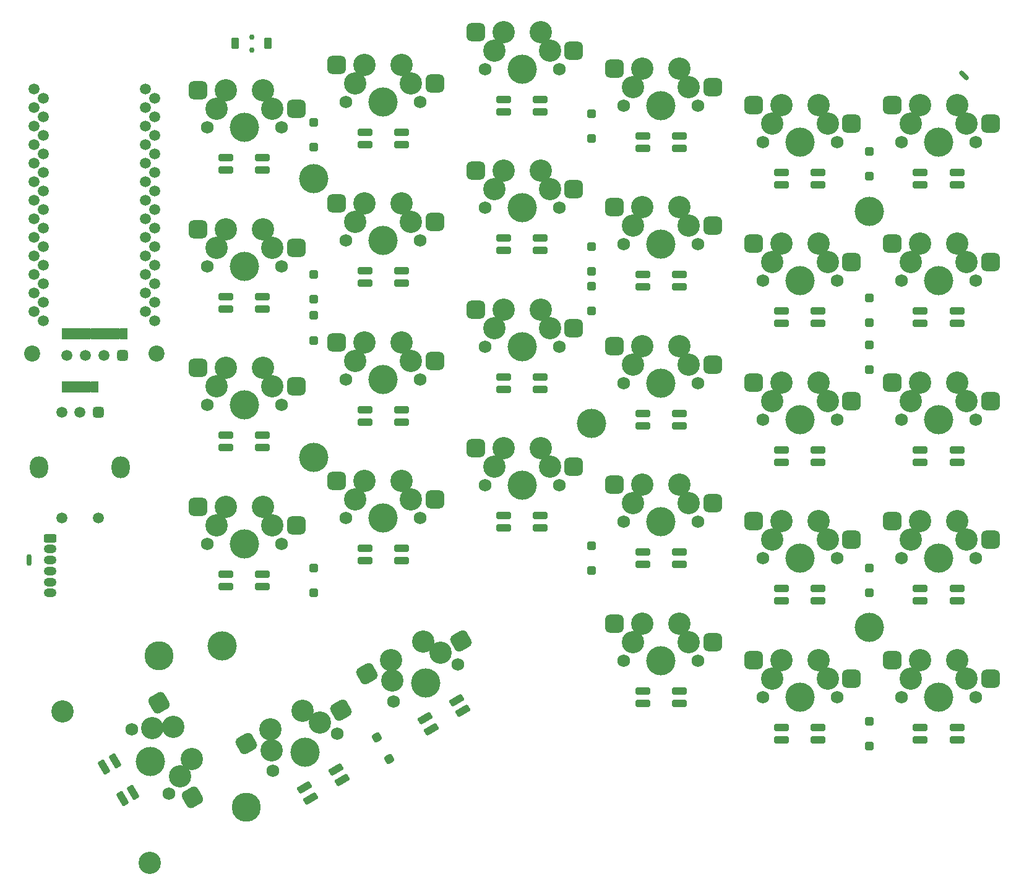
<source format=gbr>
%TF.GenerationSoftware,KiCad,Pcbnew,7.0.5*%
%TF.CreationDate,2023-11-26T00:23:34+09:00*%
%TF.ProjectId,Ultramarine-2,556c7472-616d-4617-9269-6e652d322e6b,rev?*%
%TF.SameCoordinates,Original*%
%TF.FileFunction,Soldermask,Top*%
%TF.FilePolarity,Negative*%
%FSLAX46Y46*%
G04 Gerber Fmt 4.6, Leading zero omitted, Abs format (unit mm)*
G04 Created by KiCad (PCBNEW 7.0.5) date 2023-11-26 00:23:34*
%MOMM*%
%LPD*%
G01*
G04 APERTURE LIST*
G04 Aperture macros list*
%AMRoundRect*
0 Rectangle with rounded corners*
0 $1 Rounding radius*
0 $2 $3 $4 $5 $6 $7 $8 $9 X,Y pos of 4 corners*
0 Add a 4 corners polygon primitive as box body*
4,1,4,$2,$3,$4,$5,$6,$7,$8,$9,$2,$3,0*
0 Add four circle primitives for the rounded corners*
1,1,$1+$1,$2,$3*
1,1,$1+$1,$4,$5*
1,1,$1+$1,$6,$7*
1,1,$1+$1,$8,$9*
0 Add four rect primitives between the rounded corners*
20,1,$1+$1,$2,$3,$4,$5,0*
20,1,$1+$1,$4,$5,$6,$7,0*
20,1,$1+$1,$6,$7,$8,$9,0*
20,1,$1+$1,$8,$9,$2,$3,0*%
%AMHorizOval*
0 Thick line with rounded ends*
0 $1 width*
0 $2 $3 position (X,Y) of the first rounded end (center of the circle)*
0 $4 $5 position (X,Y) of the second rounded end (center of the circle)*
0 Add line between two ends*
20,1,$1,$2,$3,$4,$5,0*
0 Add two circle primitives to create the rounded ends*
1,1,$1,$2,$3*
1,1,$1,$4,$5*%
%AMFreePoly0*
4,1,6,1.000000,0.000000,0.500000,-0.750000,-0.500000,-0.750000,-0.500000,0.750000,0.500000,0.750000,1.000000,0.000000,1.000000,0.000000,$1*%
G04 Aperture macros list end*
%ADD10C,1.750000*%
%ADD11C,3.050000*%
%ADD12C,4.000000*%
%ADD13RoundRect,0.625000X-0.650000X-0.625000X0.650000X-0.625000X0.650000X0.625000X-0.650000X0.625000X0*%
%ADD14RoundRect,0.300000X0.409808X-0.109808X0.109808X0.409808X-0.409808X0.109808X-0.109808X-0.409808X0*%
%ADD15RoundRect,0.300000X0.300000X-0.300000X0.300000X0.300000X-0.300000X0.300000X-0.300000X-0.300000X0*%
%ADD16C,0.750000*%
%ADD17RoundRect,0.262500X-0.262500X0.537500X-0.262500X-0.537500X0.262500X-0.537500X0.262500X0.537500X0*%
%ADD18R,3.000000X1.500000*%
%ADD19FreePoly0,0.000000*%
%ADD20FreePoly0,180.000000*%
%ADD21C,1.500000*%
%ADD22C,2.200000*%
%ADD23RoundRect,0.625000X-0.250417X-0.866266X0.875417X-0.216266X0.250417X0.866266X-0.875417X0.216266X0*%
%ADD24RoundRect,0.300000X-0.300000X0.300000X-0.300000X-0.300000X0.300000X-0.300000X0.300000X0.300000X0*%
%ADD25RoundRect,0.300000X-0.575000X0.300000X-0.575000X-0.300000X0.575000X-0.300000X0.575000X0.300000X0*%
%ADD26O,1.750000X1.200000*%
%ADD27RoundRect,0.375000X-0.375000X-0.375000X0.375000X-0.375000X0.375000X0.375000X-0.375000X0.375000X0*%
%ADD28RoundRect,0.375000X-0.375000X0.375000X-0.375000X-0.375000X0.375000X-0.375000X0.375000X0.375000X0*%
%ADD29O,2.500000X3.000000*%
%ADD30RoundRect,0.250000X0.750000X0.250000X-0.750000X0.250000X-0.750000X-0.250000X0.750000X-0.250000X0*%
%ADD31RoundRect,0.250000X-0.750000X-0.250000X0.750000X-0.250000X0.750000X0.250000X-0.750000X0.250000X0*%
%ADD32RoundRect,0.625000X0.650000X0.625000X-0.650000X0.625000X-0.650000X-0.625000X0.650000X-0.625000X0*%
%ADD33HorizOval,0.700000X-0.318198X0.318198X0.318198X-0.318198X0*%
%ADD34RoundRect,0.250000X0.524519X0.591506X-0.774519X-0.158494X-0.524519X-0.591506X0.774519X0.158494X0*%
%ADD35RoundRect,0.625000X0.250417X0.866266X-0.875417X0.216266X-0.250417X-0.866266X0.875417X-0.216266X0*%
%ADD36RoundRect,0.250000X0.591506X-0.524519X-0.158494X0.774519X-0.591506X0.524519X0.158494X-0.774519X0*%
%ADD37RoundRect,0.625000X0.866266X-0.250417X0.216266X0.875417X-0.866266X0.250417X-0.216266X-0.875417X0*%
%ADD38C,3.987800*%
%ADD39C,3.048000*%
%ADD40O,0.700000X1.600000*%
G04 APERTURE END LIST*
D10*
%TO.C,SW27*%
X170920000Y-121000000D03*
D11*
X172190000Y-118460000D03*
X173460000Y-115920000D03*
D12*
X176000000Y-121000000D03*
D11*
X178540000Y-115920000D03*
X179810000Y-118460000D03*
D10*
X181080000Y-121000000D03*
D13*
X169658000Y-115920000D03*
X183085000Y-118460000D03*
%TD*%
D10*
%TO.C,SW13*%
X208920000Y-88000000D03*
D11*
X210190000Y-85460000D03*
X211460000Y-82920000D03*
D12*
X214000000Y-88000000D03*
D11*
X216540000Y-82920000D03*
X217810000Y-85460000D03*
D10*
X219080000Y-88000000D03*
D13*
X207658000Y-82920000D03*
X221085000Y-85460000D03*
%TD*%
D14*
%TO.C,D30*%
X138850000Y-134472243D03*
X137150000Y-131527757D03*
%TD*%
D15*
%TO.C,D7*%
X204500000Y-74700000D03*
X204500000Y-71300000D03*
%TD*%
D12*
%TO.C,REF\u002A\u002A*%
X128500000Y-55000000D03*
%TD*%
D10*
%TO.C,SW1*%
X208920000Y-50000000D03*
D11*
X210190000Y-47460000D03*
X211460000Y-44920000D03*
D12*
X214000000Y-50000000D03*
D11*
X216540000Y-44920000D03*
X217810000Y-47460000D03*
D10*
X219080000Y-50000000D03*
D13*
X207658000Y-44920000D03*
X221085000Y-47460000D03*
%TD*%
D16*
%TO.C,SW32*%
X120000000Y-37400000D03*
X120000000Y-35600000D03*
D17*
X122225000Y-36500000D03*
X117775000Y-36500000D03*
%TD*%
D10*
%TO.C,SW21*%
X170920000Y-102000000D03*
D11*
X172190000Y-99460000D03*
X173460000Y-96920000D03*
D12*
X176000000Y-102000000D03*
D11*
X178540000Y-96920000D03*
X179810000Y-99460000D03*
D10*
X181080000Y-102000000D03*
D13*
X169658000Y-96920000D03*
X183085000Y-99460000D03*
%TD*%
D10*
%TO.C,SW7*%
X208920000Y-69000000D03*
D11*
X210190000Y-66460000D03*
X211460000Y-63920000D03*
D12*
X214000000Y-69000000D03*
D11*
X216540000Y-63920000D03*
X217810000Y-66460000D03*
D10*
X219080000Y-69000000D03*
D13*
X207658000Y-63920000D03*
X221085000Y-66460000D03*
%TD*%
D10*
%TO.C,SW5*%
X132920000Y-44500000D03*
D11*
X134190000Y-41960000D03*
X135460000Y-39420000D03*
D12*
X138000000Y-44500000D03*
D11*
X140540000Y-39420000D03*
X141810000Y-41960000D03*
D10*
X143080000Y-44500000D03*
D13*
X131658000Y-39420000D03*
X145085000Y-41960000D03*
%TD*%
D15*
%TO.C,D6*%
X128500000Y-50700000D03*
X128500000Y-47300000D03*
%TD*%
D18*
%TO.C,JP1*%
X96500000Y-76250000D03*
D19*
X94500000Y-76250000D03*
D20*
X98500000Y-76250000D03*
%TD*%
D12*
%TO.C,REF\u002A\u002A*%
X204500000Y-59500000D03*
%TD*%
D21*
%TO.C,U1*%
X105485000Y-42760000D03*
X105485000Y-45300000D03*
X105485000Y-47840000D03*
X105485000Y-50380000D03*
X105485000Y-52920000D03*
X105485000Y-55460000D03*
X105485000Y-58000000D03*
X105485000Y-60540000D03*
X105485000Y-63080000D03*
X105485000Y-65620000D03*
X105485000Y-68160000D03*
X105485000Y-70700000D03*
X105485000Y-73240000D03*
X90245000Y-73240000D03*
X90245000Y-70700000D03*
X90245000Y-68160000D03*
X90245000Y-65620000D03*
X90245000Y-63080000D03*
X90245000Y-60540000D03*
X90245000Y-58000000D03*
X90245000Y-55460000D03*
X90245000Y-52920000D03*
X90245000Y-50380000D03*
X90245000Y-47840000D03*
X90245000Y-45300000D03*
X90245000Y-42760000D03*
%TD*%
D22*
%TO.C,REF\u002A\u002A*%
X107000000Y-79000000D03*
%TD*%
D10*
%TO.C,SW3*%
X170920000Y-45000000D03*
D11*
X172190000Y-42460000D03*
X173460000Y-39920000D03*
D12*
X176000000Y-45000000D03*
D11*
X178540000Y-39920000D03*
X179810000Y-42460000D03*
D10*
X181080000Y-45000000D03*
D13*
X169658000Y-39920000D03*
X183085000Y-42460000D03*
%TD*%
D15*
%TO.C,D21*%
X166500000Y-108700000D03*
X166500000Y-105300000D03*
%TD*%
D12*
%TO.C,REF\u002A\u002A*%
X204500000Y-116500000D03*
%TD*%
D18*
%TO.C,JP3*%
X96500000Y-83550000D03*
D20*
X98500000Y-83550000D03*
D19*
X94500000Y-83550000D03*
%TD*%
D10*
%TO.C,SW25*%
X208920000Y-126000000D03*
D11*
X210190000Y-123460000D03*
X211460000Y-120920000D03*
D12*
X214000000Y-126000000D03*
D11*
X216540000Y-120920000D03*
X217810000Y-123460000D03*
D10*
X219080000Y-126000000D03*
D13*
X207658000Y-120920000D03*
X221085000Y-123460000D03*
%TD*%
D15*
%TO.C,D3*%
X166500000Y-49500000D03*
X166500000Y-46100000D03*
%TD*%
D10*
%TO.C,SW23*%
X132920000Y-101500000D03*
D11*
X134190000Y-98960000D03*
X135460000Y-96420000D03*
D12*
X138000000Y-101500000D03*
D11*
X140540000Y-96420000D03*
X141810000Y-98960000D03*
D10*
X143080000Y-101500000D03*
D13*
X131658000Y-96420000D03*
X145085000Y-98960000D03*
%TD*%
D10*
%TO.C,SW29*%
X122931591Y-136121000D03*
D11*
X122761443Y-133286295D03*
X122591295Y-130451591D03*
D12*
X127331000Y-133581000D03*
D11*
X126990705Y-127911591D03*
X129360557Y-129476295D03*
D10*
X131730409Y-131041000D03*
D23*
X119298667Y-132352591D03*
X132196790Y-127838795D03*
%TD*%
D24*
%TO.C,D18*%
X128500000Y-73750000D03*
X128500000Y-77150000D03*
%TD*%
D10*
%TO.C,SW19*%
X208920000Y-107000000D03*
D11*
X210190000Y-104460000D03*
X211460000Y-101920000D03*
D12*
X214000000Y-107000000D03*
D11*
X216540000Y-101920000D03*
X217810000Y-104460000D03*
D10*
X219080000Y-107000000D03*
D13*
X207658000Y-101920000D03*
X221085000Y-104460000D03*
%TD*%
D15*
%TO.C,D24*%
X128500000Y-111700000D03*
X128500000Y-108300000D03*
%TD*%
D24*
%TO.C,D14*%
X204500000Y-77800000D03*
X204500000Y-81200000D03*
%TD*%
D12*
%TO.C,REF\u002A\u002A*%
X116000000Y-119000000D03*
%TD*%
D25*
%TO.C,J3*%
X92424000Y-104250000D03*
D26*
X92404000Y-105750000D03*
X92424000Y-107250000D03*
X92404000Y-108750000D03*
X92424000Y-110250000D03*
X92404000Y-111750000D03*
%TD*%
D21*
%TO.C,J1*%
X94690000Y-79240000D03*
X97230000Y-79240000D03*
X99770000Y-79240000D03*
D27*
X102310000Y-79240000D03*
%TD*%
D10*
%TO.C,SW9*%
X170920000Y-64000000D03*
D11*
X172190000Y-61460000D03*
X173460000Y-58920000D03*
D12*
X176000000Y-64000000D03*
D11*
X178540000Y-58920000D03*
X179810000Y-61460000D03*
D10*
X181080000Y-64000000D03*
D13*
X169658000Y-58920000D03*
X183085000Y-61460000D03*
%TD*%
D24*
%TO.C,D15*%
X166500000Y-69750000D03*
X166500000Y-73150000D03*
%TD*%
D15*
%TO.C,D20*%
X204500000Y-111700000D03*
X204500000Y-108300000D03*
%TD*%
D28*
%TO.C,SW31*%
X99000000Y-87000000D03*
D21*
X94000000Y-87000000D03*
X96500000Y-87000000D03*
D29*
X102100000Y-94500000D03*
X90900000Y-94500000D03*
D21*
X99000000Y-101500000D03*
X94000000Y-101500000D03*
%TD*%
D10*
%TO.C,SW11*%
X132920000Y-63500000D03*
D11*
X134190000Y-60960000D03*
X135460000Y-58420000D03*
D12*
X138000000Y-63500000D03*
D11*
X140540000Y-58420000D03*
X141810000Y-60960000D03*
D10*
X143080000Y-63500000D03*
D13*
X131658000Y-58420000D03*
X145085000Y-60960000D03*
%TD*%
D10*
%TO.C,SW15*%
X170920000Y-83000000D03*
D11*
X172190000Y-80460000D03*
X173460000Y-77920000D03*
D12*
X176000000Y-83000000D03*
D11*
X178540000Y-77920000D03*
X179810000Y-80460000D03*
D10*
X181080000Y-83000000D03*
D13*
X169658000Y-77920000D03*
X183085000Y-80460000D03*
%TD*%
D12*
%TO.C,REF\u002A\u002A*%
X166500000Y-88500000D03*
%TD*%
D18*
%TO.C,JP6*%
X100500000Y-76250000D03*
D19*
X98500000Y-76250000D03*
D20*
X102500000Y-76250000D03*
%TD*%
D15*
%TO.C,D12*%
X128500000Y-71500000D03*
X128500000Y-68100000D03*
%TD*%
%TO.C,D9*%
X166500000Y-67700000D03*
X166500000Y-64300000D03*
%TD*%
%TO.C,D1*%
X204500000Y-54700000D03*
X204500000Y-51300000D03*
%TD*%
%TO.C,D26*%
X204500000Y-132700000D03*
X204500000Y-129300000D03*
%TD*%
D22*
%TO.C,REF\u002A\u002A*%
X90000000Y-79000000D03*
%TD*%
D10*
%TO.C,SW17*%
X132920000Y-82500000D03*
D11*
X134190000Y-79960000D03*
X135460000Y-77420000D03*
D12*
X138000000Y-82500000D03*
D11*
X140540000Y-77420000D03*
X141810000Y-79960000D03*
D10*
X143080000Y-82500000D03*
D13*
X131658000Y-77420000D03*
X145085000Y-79960000D03*
%TD*%
D12*
%TO.C,REF\u002A\u002A*%
X128500000Y-93200000D03*
%TD*%
D30*
%TO.C,D56*%
X216500000Y-130150000D03*
X216500000Y-131850000D03*
X211500000Y-131850000D03*
X211500000Y-130150000D03*
%TD*%
%TO.C,D45*%
X197500000Y-92150000D03*
X197500000Y-93850000D03*
X192500000Y-93850000D03*
X192500000Y-92150000D03*
%TD*%
%TO.C,D49*%
X121500000Y-90150000D03*
X121500000Y-91850000D03*
X116500000Y-91850000D03*
X116500000Y-90150000D03*
%TD*%
D31*
%TO.C,D53*%
X154500000Y-102850000D03*
X154500000Y-101150000D03*
X159500000Y-101150000D03*
X159500000Y-102850000D03*
%TD*%
D10*
%TO.C,SW2*%
X200080000Y-50000000D03*
D11*
X198810000Y-47460000D03*
X197540000Y-44920000D03*
D12*
X195000000Y-50000000D03*
D11*
X192460000Y-44920000D03*
X191190000Y-47460000D03*
D10*
X189920000Y-50000000D03*
D32*
X202085000Y-47460000D03*
X188658000Y-44920000D03*
%TD*%
D21*
%TO.C,U2*%
X91515000Y-44030000D03*
X91515000Y-46570000D03*
X91515000Y-49110000D03*
X91515000Y-51650000D03*
X91515000Y-54190000D03*
X91515000Y-56730000D03*
X91515000Y-59270000D03*
X91515000Y-61810000D03*
X91515000Y-64350000D03*
X91515000Y-66890000D03*
X91515000Y-69430000D03*
X91515000Y-71970000D03*
X91515000Y-74510000D03*
X106755000Y-74510000D03*
X106755000Y-71970000D03*
X106755000Y-69430000D03*
X106755000Y-66890000D03*
X106755000Y-64350000D03*
X106755000Y-61810000D03*
X106755000Y-59270000D03*
X106755000Y-56730000D03*
X106755000Y-54190000D03*
X106755000Y-51650000D03*
X106755000Y-49110000D03*
X106755000Y-46570000D03*
X106755000Y-44030000D03*
%TD*%
D10*
%TO.C,SW24*%
X124080000Y-105000000D03*
D11*
X122810000Y-102460000D03*
X121540000Y-99920000D03*
D12*
X119000000Y-105000000D03*
D11*
X116460000Y-99920000D03*
X115190000Y-102460000D03*
D10*
X113920000Y-105000000D03*
D32*
X126085000Y-102460000D03*
X112658000Y-99920000D03*
%TD*%
D33*
%TO.C,J4*%
X217500000Y-40900000D03*
%TD*%
D30*
%TO.C,D36*%
X140500000Y-48650000D03*
X140500000Y-50350000D03*
X135500000Y-50350000D03*
X135500000Y-48650000D03*
%TD*%
D31*
%TO.C,D39*%
X192500000Y-74850000D03*
X192500000Y-73150000D03*
X197500000Y-73150000D03*
X197500000Y-74850000D03*
%TD*%
D10*
%TO.C,SW20*%
X200080000Y-107000000D03*
D11*
X198810000Y-104460000D03*
X197540000Y-101920000D03*
D12*
X195000000Y-107000000D03*
D11*
X192460000Y-101920000D03*
X191190000Y-104460000D03*
D10*
X189920000Y-107000000D03*
D32*
X202085000Y-104460000D03*
X188658000Y-101920000D03*
%TD*%
D10*
%TO.C,SW12*%
X124080000Y-67000000D03*
D11*
X122810000Y-64460000D03*
X121540000Y-61920000D03*
D12*
X119000000Y-67000000D03*
D11*
X116460000Y-61920000D03*
X115190000Y-64460000D03*
D10*
X113920000Y-67000000D03*
D32*
X126085000Y-64460000D03*
X112658000Y-61920000D03*
%TD*%
D31*
%TO.C,D50*%
X211500000Y-112850000D03*
X211500000Y-111150000D03*
X216500000Y-111150000D03*
X216500000Y-112850000D03*
%TD*%
D34*
%TO.C,D59*%
X148026064Y-126424878D03*
X148876064Y-127897122D03*
X144545936Y-130397122D03*
X143695936Y-128924878D03*
%TD*%
D10*
%TO.C,SW14*%
X200080000Y-88000000D03*
D11*
X198810000Y-85460000D03*
X197540000Y-82920000D03*
D12*
X195000000Y-88000000D03*
D11*
X192460000Y-82920000D03*
X191190000Y-85460000D03*
D10*
X189920000Y-88000000D03*
D32*
X202085000Y-85460000D03*
X188658000Y-82920000D03*
%TD*%
D31*
%TO.C,D40*%
X173500000Y-69850000D03*
X173500000Y-68150000D03*
X178500000Y-68150000D03*
X178500000Y-69850000D03*
%TD*%
D10*
%TO.C,SW28*%
X148185409Y-121541000D03*
D11*
X145815557Y-119976295D03*
X143445705Y-118411591D03*
D12*
X143786000Y-124081000D03*
D11*
X139046295Y-120951591D03*
X139216443Y-123786295D03*
D10*
X139386591Y-126621000D03*
D35*
X148651790Y-118338795D03*
X135753667Y-122852591D03*
%TD*%
D31*
%TO.C,D38*%
X211500000Y-74850000D03*
X211500000Y-73150000D03*
X216500000Y-73150000D03*
X216500000Y-74850000D03*
%TD*%
D10*
%TO.C,SW4*%
X162080000Y-40000000D03*
D11*
X160810000Y-37460000D03*
X159540000Y-34920000D03*
D12*
X157000000Y-40000000D03*
D11*
X154460000Y-34920000D03*
X153190000Y-37460000D03*
D10*
X151920000Y-40000000D03*
D32*
X164085000Y-37460000D03*
X150658000Y-34920000D03*
%TD*%
D30*
%TO.C,D35*%
X159500000Y-44150000D03*
X159500000Y-45850000D03*
X154500000Y-45850000D03*
X154500000Y-44150000D03*
%TD*%
D31*
%TO.C,D41*%
X154500000Y-64850000D03*
X154500000Y-63150000D03*
X159500000Y-63150000D03*
X159500000Y-64850000D03*
%TD*%
D30*
%TO.C,D46*%
X178500000Y-87150000D03*
X178500000Y-88850000D03*
X173500000Y-88850000D03*
X173500000Y-87150000D03*
%TD*%
%TO.C,D33*%
X197500000Y-54150000D03*
X197500000Y-55850000D03*
X192500000Y-55850000D03*
X192500000Y-54150000D03*
%TD*%
%TO.C,D37*%
X121500000Y-52150000D03*
X121500000Y-53850000D03*
X116500000Y-53850000D03*
X116500000Y-52150000D03*
%TD*%
D10*
%TO.C,SW8*%
X200080000Y-69000000D03*
D11*
X198810000Y-66460000D03*
X197540000Y-63920000D03*
D12*
X195000000Y-69000000D03*
D11*
X192460000Y-63920000D03*
X191190000Y-66460000D03*
D10*
X189920000Y-69000000D03*
D32*
X202085000Y-66460000D03*
X188658000Y-63920000D03*
%TD*%
D31*
%TO.C,D42*%
X135500000Y-69350000D03*
X135500000Y-67650000D03*
X140500000Y-67650000D03*
X140500000Y-69350000D03*
%TD*%
D36*
%TO.C,D61*%
X103783122Y-139094064D03*
X102310878Y-139944064D03*
X99810878Y-135613936D03*
X101283122Y-134763936D03*
%TD*%
D31*
%TO.C,D55*%
X116500000Y-110850000D03*
X116500000Y-109150000D03*
X121500000Y-109150000D03*
X121500000Y-110850000D03*
%TD*%
D10*
%TO.C,SW22*%
X162080000Y-97000000D03*
D11*
X160810000Y-94460000D03*
X159540000Y-91920000D03*
D12*
X157000000Y-97000000D03*
D11*
X154460000Y-91920000D03*
X153190000Y-94460000D03*
D10*
X151920000Y-97000000D03*
D32*
X164085000Y-94460000D03*
X150658000Y-91920000D03*
%TD*%
D31*
%TO.C,D54*%
X135500000Y-107350000D03*
X135500000Y-105650000D03*
X140500000Y-105650000D03*
X140500000Y-107350000D03*
%TD*%
D30*
%TO.C,D58*%
X178500000Y-125150000D03*
X178500000Y-126850000D03*
X173500000Y-126850000D03*
X173500000Y-125150000D03*
%TD*%
%TO.C,D57*%
X197500000Y-130150000D03*
X197500000Y-131850000D03*
X192500000Y-131850000D03*
X192500000Y-130150000D03*
%TD*%
D10*
%TO.C,SW30*%
X108667000Y-139253409D03*
D11*
X110231705Y-136883557D03*
X111796409Y-134513705D03*
D12*
X106127000Y-134854000D03*
D11*
X109256409Y-130114295D03*
X106421705Y-130284443D03*
D10*
X103587000Y-130454591D03*
D37*
X111869205Y-139719790D03*
X107355409Y-126821667D03*
%TD*%
D38*
%TO.C,REF\u002A\u002A*%
X107281059Y-120402889D03*
D39*
X94108813Y-128007889D03*
D38*
X119219059Y-141080111D03*
D39*
X106046813Y-148685111D03*
%TD*%
D30*
%TO.C,D34*%
X178500000Y-49150000D03*
X178500000Y-50850000D03*
X173500000Y-50850000D03*
X173500000Y-49150000D03*
%TD*%
D10*
%TO.C,SW16*%
X162080000Y-78000000D03*
D11*
X160810000Y-75460000D03*
X159540000Y-72920000D03*
D12*
X157000000Y-78000000D03*
D11*
X154460000Y-72920000D03*
X153190000Y-75460000D03*
D10*
X151920000Y-78000000D03*
D32*
X164085000Y-75460000D03*
X150658000Y-72920000D03*
%TD*%
D30*
%TO.C,D44*%
X216500000Y-92150000D03*
X216500000Y-93850000D03*
X211500000Y-93850000D03*
X211500000Y-92150000D03*
%TD*%
D40*
%TO.C,J2*%
X89500000Y-107200000D03*
%TD*%
D31*
%TO.C,D51*%
X192500000Y-112850000D03*
X192500000Y-111150000D03*
X197500000Y-111150000D03*
X197500000Y-112850000D03*
%TD*%
D10*
%TO.C,SW6*%
X124080000Y-48000000D03*
D11*
X122810000Y-45460000D03*
X121540000Y-42920000D03*
D12*
X119000000Y-48000000D03*
D11*
X116460000Y-42920000D03*
X115190000Y-45460000D03*
D10*
X113920000Y-48000000D03*
D32*
X126085000Y-45460000D03*
X112658000Y-42920000D03*
%TD*%
D34*
%TO.C,D60*%
X131571064Y-135924878D03*
X132421064Y-137397122D03*
X128090936Y-139897122D03*
X127240936Y-138424878D03*
%TD*%
D30*
%TO.C,D32*%
X216500000Y-54150000D03*
X216500000Y-55850000D03*
X211500000Y-55850000D03*
X211500000Y-54150000D03*
%TD*%
D10*
%TO.C,SW18*%
X124080000Y-86000000D03*
D11*
X122810000Y-83460000D03*
X121540000Y-80920000D03*
D12*
X119000000Y-86000000D03*
D11*
X116460000Y-80920000D03*
X115190000Y-83460000D03*
D10*
X113920000Y-86000000D03*
D32*
X126085000Y-83460000D03*
X112658000Y-80920000D03*
%TD*%
D30*
%TO.C,D47*%
X159500000Y-82150000D03*
X159500000Y-83850000D03*
X154500000Y-83850000D03*
X154500000Y-82150000D03*
%TD*%
D31*
%TO.C,D52*%
X173500000Y-107850000D03*
X173500000Y-106150000D03*
X178500000Y-106150000D03*
X178500000Y-107850000D03*
%TD*%
D10*
%TO.C,SW10*%
X162080000Y-59000000D03*
D11*
X160810000Y-56460000D03*
X159540000Y-53920000D03*
D12*
X157000000Y-59000000D03*
D11*
X154460000Y-53920000D03*
X153190000Y-56460000D03*
D10*
X151920000Y-59000000D03*
D32*
X164085000Y-56460000D03*
X150658000Y-53920000D03*
%TD*%
D30*
%TO.C,D48*%
X140500000Y-86650000D03*
X140500000Y-88350000D03*
X135500000Y-88350000D03*
X135500000Y-86650000D03*
%TD*%
D10*
%TO.C,SW26*%
X200080000Y-126000000D03*
D11*
X198810000Y-123460000D03*
X197540000Y-120920000D03*
D12*
X195000000Y-126000000D03*
D11*
X192460000Y-120920000D03*
X191190000Y-123460000D03*
D10*
X189920000Y-126000000D03*
D32*
X202085000Y-123460000D03*
X188658000Y-120920000D03*
%TD*%
D31*
%TO.C,D43*%
X116500000Y-72850000D03*
X116500000Y-71150000D03*
X121500000Y-71150000D03*
X121500000Y-72850000D03*
%TD*%
M02*

</source>
